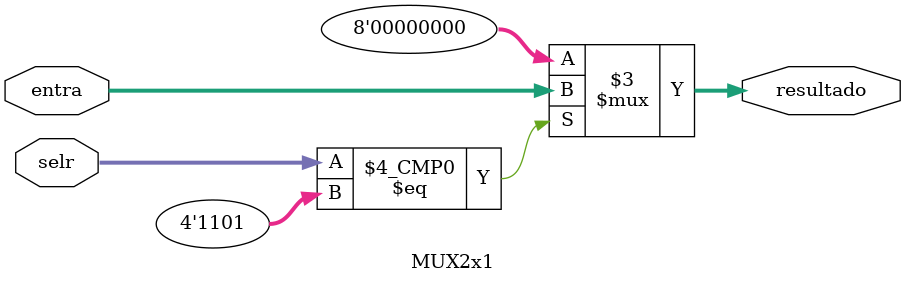
<source format=v>
module MUX2x1( entra,selr, resultado);
	input [7:0]entra;
   input [3:0]selr;
	output reg [7:0]resultado;
	 
	always @ (selr)
		begin : MUX
		 case(selr) 
			 4'b1101 : resultado = entra;
			 default: resultado = 8'b00000000;
		 endcase
		end
endmodule
</source>
